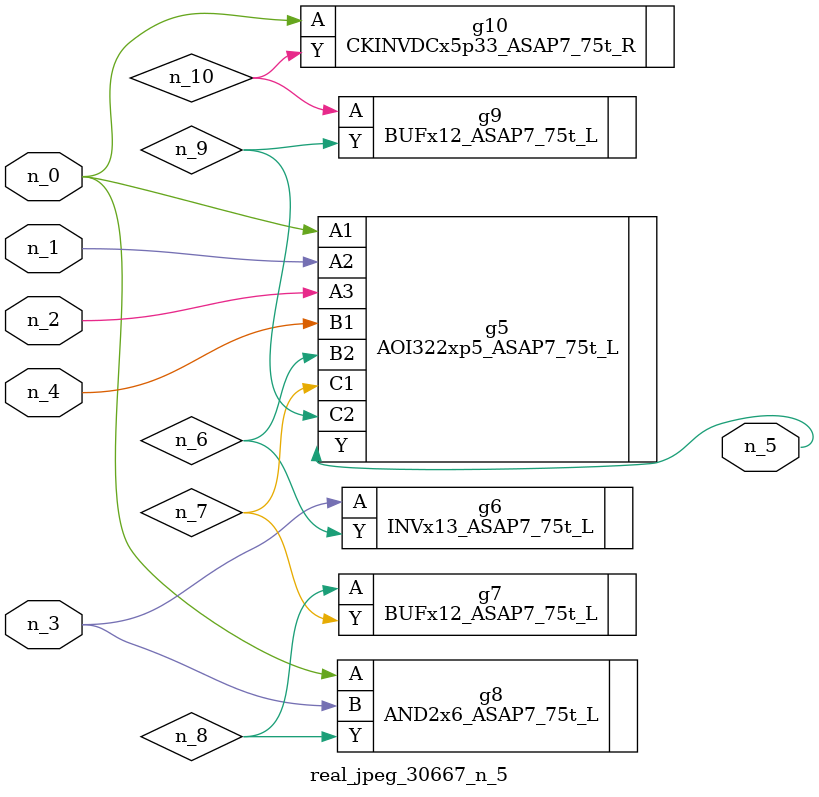
<source format=v>
module real_jpeg_30667_n_5 (n_4, n_0, n_1, n_2, n_3, n_5);

input n_4;
input n_0;
input n_1;
input n_2;
input n_3;

output n_5;

wire n_8;
wire n_6;
wire n_7;
wire n_10;
wire n_9;

AOI322xp5_ASAP7_75t_L g5 ( 
.A1(n_0),
.A2(n_1),
.A3(n_2),
.B1(n_4),
.B2(n_6),
.C1(n_7),
.C2(n_9),
.Y(n_5)
);

AND2x6_ASAP7_75t_L g8 ( 
.A(n_0),
.B(n_3),
.Y(n_8)
);

CKINVDCx5p33_ASAP7_75t_R g10 ( 
.A(n_0),
.Y(n_10)
);

INVx13_ASAP7_75t_L g6 ( 
.A(n_3),
.Y(n_6)
);

BUFx12_ASAP7_75t_L g7 ( 
.A(n_8),
.Y(n_7)
);

BUFx12_ASAP7_75t_L g9 ( 
.A(n_10),
.Y(n_9)
);


endmodule
</source>
